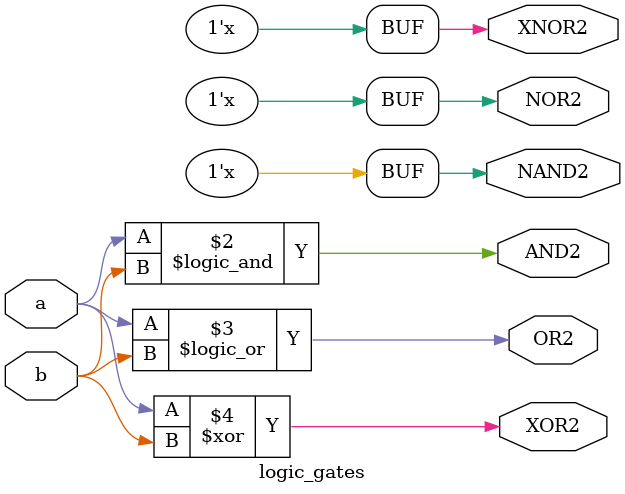
<source format=v>
`timescale 1ns/1ps

module logic_gates(
	input a,
	input b,
	output reg AND2,
	output reg OR2,
	output reg XOR2,
	output reg NAND2,
	output reg NOR2,
	output reg XNOR2
);

always@(*) begin
	AND2 <= a && b;
	OR2 <= a || b;
	XOR2 <= a^b;
	NAND2 <= ~(AND2);
	NOR2 <= ~(OR2);
	XNOR2 <= ~(XOR2);
end

endmodule
	
</source>
